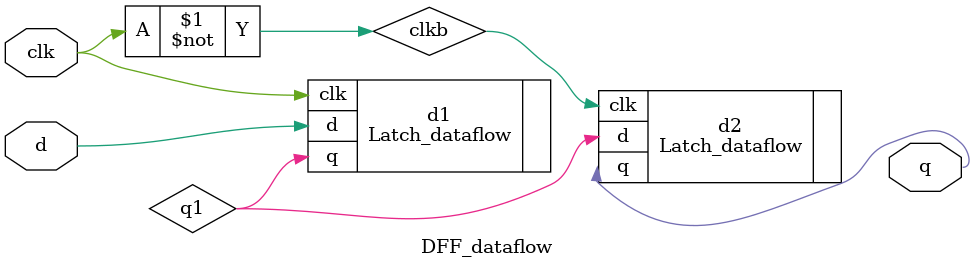
<source format=v>
`timescale 1ns / 1ps


module DFF_dataflow(
input d,
output q,
input clk
    );
    
    
    
    wire q1;
    wire clkb = ~clk;
    wire qb;
    
    Latch_dataflow d1(.d(d),.q(q1),.clk(clk));
    Latch_dataflow d2(.d(q1),.q(q),.clk(clkb));
    
    
    
endmodule

</source>
